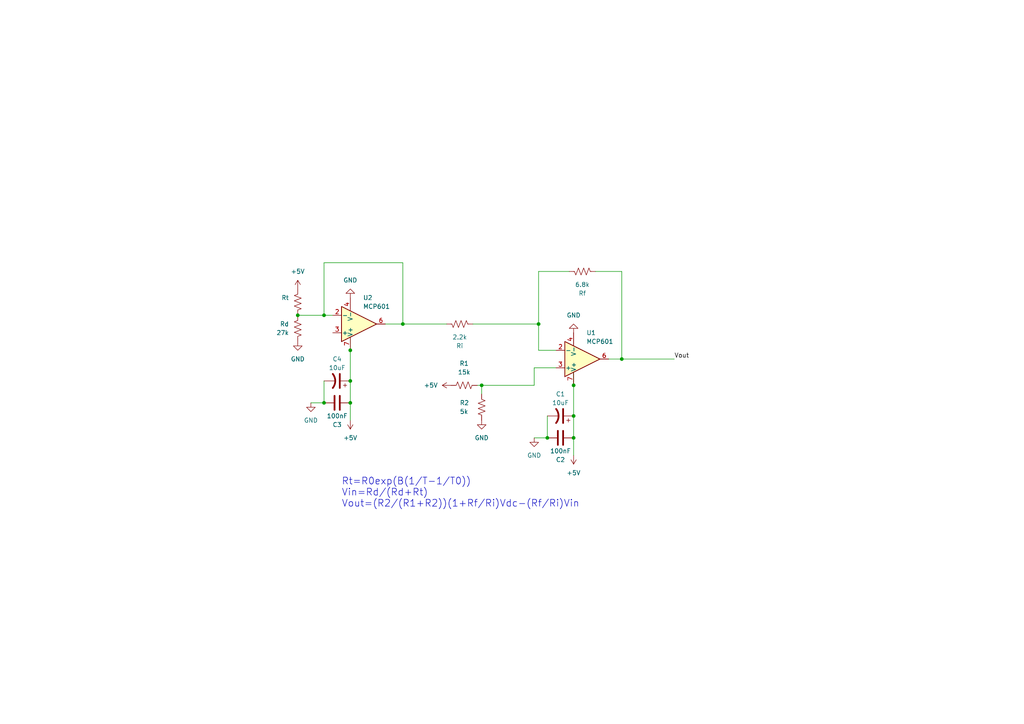
<source format=kicad_sch>
(kicad_sch (version 20230121) (generator eeschema)
  (paper "A4")
  (lib_symbols
    (symbol "Amplifier_Operational:MCP601-xSN" (pin_names (offset 0.127))
      (property "Reference" "U" (at 0 6.35 0))
      (property "Value" "MCP601-xSN" (at 0 3.81 0))
      (symbol "MCP601-xSN_0_1"
        (polyline (pts (xy -5.08 5.08) (xy 5.08 0) (xy -5.08 -5.08) (xy -5.08 5.08)) (stroke (width 0.254)) (fill (type background)))
      )
      (symbol "MCP601-xSN_1_1"
        (pin no_connect line (at -2.54 2.54 270) (length 2.54) hide (name "NC") (number "1"))
        (pin input line (at -7.62 -2.54 0) (length 2.54) (name "-") (number "2"))
        (pin input line (at -7.62 2.54 0) (length 2.54) (name "+") (number "3"))
        (pin power_in line (at -2.54 -7.62 90) (length 3.81) (name "V-") (number "4"))
        (pin no_connect line (at 0 2.54 270) (length 2.54) hide (name "NC") (number "5"))
        (pin output line (at 7.62 0 180) (length 2.54) (name "~") (number "6"))
        (pin power_in line (at -2.54 7.62 270) (length 3.81) (name "V+") (number "7"))
        (pin no_connect line (at 0 -2.54 90) (length 2.54) hide (name "NC") (number "8"))
      )
    )
    (symbol "Device:C" (pin_numbers hide) (pin_names (offset 0.254))
      (property "Reference" "C" (at 0.635 2.54 0))
      (property "Value" "C" (at 0.635 -2.54 0))
      (symbol "C_0_1"
        (polyline (pts (xy -2.032 -0.762) (xy 2.032 -0.762)) (stroke (width 0.508)))
        (polyline (pts (xy -2.032 0.762) (xy 2.032 0.762)) (stroke (width 0.508)))
      )
      (symbol "C_1_1"
        (pin passive line (at 0 3.81 270) (length 2.794) (name "~") (number "1"))
        (pin passive line (at 0 -3.81 90) (length 2.794) (name "~") (number "2"))
      )
    )
    (symbol "Device:C_Polarized_US" (pin_numbers hide) (pin_names (offset 0.254) hide)
      (property "Reference" "C" (at 0.635 2.54 0))
      (property "Value" "C_Polarized_US" (at 0.635 -2.54 0))
      (symbol "C_Polarized_US_0_1"
        (polyline (pts (xy -2.032 0.762) (xy 2.032 0.762)) (stroke (width 0.508)))
        (polyline (pts (xy -1.778 2.286) (xy -0.762 2.286)))
        (polyline (pts (xy -1.27 1.778) (xy -1.27 2.794)))
        (arc (start 2.032 -1.27) (mid 0 -0.5572) (end -2.032 -1.27) (stroke (width 0.508)))
      )
      (symbol "C_Polarized_US_1_1"
        (pin passive line (at 0 3.81 270) (length 2.794) (name "~") (number "1"))
        (pin passive line (at 0 -3.81 90) (length 3.302) (name "~") (number "2"))
      )
    )
    (symbol "Device:R_US" (pin_numbers hide) (pin_names (offset 0))
      (property "Reference" "R" (at 2.54 0 90))
      (property "Value" "R_US" (at -2.54 0 90))
      (symbol "R_US_0_1"
        (polyline (pts (xy 0 -2.286) (xy 0 -2.54)))
        (polyline (pts (xy 0 2.286) (xy 0 2.54)))
        (polyline (pts (xy 0 -0.762) (xy 1.016 -1.143) (xy 0 -1.524) (xy -1.016 -1.905) (xy 0 -2.286)))
        (polyline (pts (xy 0 0.762) (xy 1.016 0.381) (xy 0 0) (xy -1.016 -0.381) (xy 0 -0.762)))
        (polyline (pts (xy 0 2.286) (xy 1.016 1.905) (xy 0 1.524) (xy -1.016 1.143) (xy 0 0.762)))
      )
      (symbol "R_US_1_1"
        (pin passive line (at 0 3.81 270) (length 1.27) (name "~") (number "1"))
        (pin passive line (at 0 -3.81 90) (length 1.27) (name "~") (number "2"))
      )
    )
    (symbol "power:+5V" (power) (pin_names (offset 0))
      (property "Value" "+5V" (at 0 3.556 0))
      (symbol "+5V_0_1"
        (polyline (pts (xy -0.762 1.27) (xy 0 2.54)))
        (polyline (pts (xy 0 0) (xy 0 2.54)))
        (polyline (pts (xy 0 2.54) (xy 0.762 1.27)))
      )
      (symbol "+5V_1_1"
        (pin power_in line (at 0 0 90) (length 0) hide (name "+5V") (number "1"))
      )
    )
    (symbol "power:GND" (power) (pin_names (offset 0))
      (property "Value" "GND" (at 0 -3.81 0))
      (symbol "GND_0_1"
        (polyline (pts (xy 0 0) (xy 0 -1.27) (xy 1.27 -1.27) (xy 0 -2.54) (xy -1.27 -1.27) (xy 0 -1.27)))
      )
      (symbol "GND_1_1"
        (pin power_in line (at 0 0 270) (length 0) hide (name "GND") (number "1"))
      )
    )
  )
  (junction (at 158.75 127))
  (junction (at 166.37 111.76))
  (junction (at 86.36 91.44))
  (junction (at 101.6 116.84))
  (junction (at 101.6 101.6))
  (junction (at 180.34 104.14))
  (junction (at 139.7 111.76))
  (junction (at 93.98 116.84))
  (junction (at 166.37 127))
  (junction (at 116.84 93.98))
  (junction (at 156.21 93.98))
  (junction (at 93.98 91.44))
  (junction (at 101.6 110.49))
  (junction (at 166.37 120.65))
  (wire (pts (xy 156.21 101.6) (xy 161.29 101.6)))
  (wire (pts (xy 166.37 107.95) (xy 166.37 111.76)))
  (wire (pts (xy 116.84 93.98) (xy 129.54 93.98)))
  (wire (pts (xy 138.43 111.76) (xy 139.7 111.76)))
  (wire (pts (xy 93.98 91.44) (xy 96.52 91.44)))
  (wire (pts (xy 166.37 127) (xy 166.37 120.65)))
  (wire (pts (xy 116.84 76.2) (xy 116.84 93.98)))
  (wire (pts (xy 101.6 121.92) (xy 101.6 116.84)))
  (wire (pts (xy 93.98 110.49) (xy 93.98 116.84)))
  (wire (pts (xy 139.7 111.76) (xy 139.7 114.3)))
  (wire (pts (xy 180.34 104.14) (xy 195.58 104.14)))
  (wire (pts (xy 101.6 101.6) (xy 101.6 110.49)))
  (wire (pts (xy 156.21 93.98) (xy 156.21 101.6)))
  (wire (pts (xy 180.34 78.74) (xy 180.34 104.14)))
  (wire (pts (xy 166.37 132.08) (xy 166.37 127)))
  (wire (pts (xy 172.72 78.74) (xy 180.34 78.74)))
  (wire (pts (xy 176.53 104.14) (xy 180.34 104.14)))
  (wire (pts (xy 93.98 76.2) (xy 116.84 76.2)))
  (wire (pts (xy 166.37 111.76) (xy 166.37 120.65)))
  (wire (pts (xy 137.16 93.98) (xy 156.21 93.98)))
  (wire (pts (xy 101.6 97.79) (xy 101.6 101.6)))
  (wire (pts (xy 93.98 76.2) (xy 93.98 91.44)))
  (wire (pts (xy 90.17 116.84) (xy 93.98 116.84)))
  (wire (pts (xy 158.75 120.65) (xy 158.75 127)))
  (wire (pts (xy 154.94 111.76) (xy 139.7 111.76)))
  (wire (pts (xy 86.36 91.44) (xy 93.98 91.44)))
  (wire (pts (xy 154.94 106.68) (xy 154.94 111.76)))
  (wire (pts (xy 111.76 93.98) (xy 116.84 93.98)))
  (wire (pts (xy 156.21 78.74) (xy 165.1 78.74)))
  (wire (pts (xy 156.21 93.98) (xy 156.21 78.74)))
  (wire (pts (xy 154.94 127) (xy 158.75 127)))
  (wire (pts (xy 101.6 116.84) (xy 101.6 110.49)))
  (wire (pts (xy 154.94 106.68) (xy 161.29 106.68)))
  (text "Rt=R0exp(B(1/T-1/T0))\nVin=Rd/(Rd+Rt)\nVout=(R2/(R1+R2))(1+Rf/Ri)Vdc-(Rf/Ri)Vin" (at 99.06 147.32 0) (effects (font (size 2 2)) (justify left bottom)))
  (label "Vout" (at 195.58 104.14 0))
  (symbol (lib_id "Device:C") (at 162.56 127 270) (unit 1)
    (property "Reference" "C2" (at 162.56 133.35 90))
    (property "Value" "100nF" (at 162.56 130.81 90))
  )
  (symbol (lib_id "power:GND") (at 90.17 116.84 0) (unit 1)
    (property "Reference" "#PWR011" (effects hide))
    (property "Value" "GND" (at 90.17 121.92 0))
  )
  (symbol (lib_id "power:GND") (at 101.6 86.36 180) (unit 1)
    (property "Reference" "#PWR09" (effects hide))
    (property "Value" "GND" (at 101.6 81.28 0))
  )
  (symbol (lib_id "power:+5V") (at 166.37 132.08 180) (unit 1)
    (property "Reference" "#PWR03" (effects hide))
    (property "Value" "+5V" (at 166.37 137.16 0))
  )
  (symbol (lib_id "power:GND") (at 139.7 121.92 0) (unit 1)
    (property "Reference" "#PWR04" (effects hide))
    (property "Value" "GND" (at 139.7 127 0))
  )
  (symbol (lib_id "power:+5V") (at 130.81 111.76 90) (unit 1)
    (property "Reference" "#PWR01" (effects hide))
    (property "Value" "+5V" (at 127 111.76 90) (effects (justify left)))
  )
  (symbol (lib_id "Device:R_US") (at 134.62 111.76 90) (unit 1)
    (property "Reference" "R1" (at 134.62 105.41 90))
    (property "Value" "15k" (at 134.62 107.95 90))
  )
  (symbol (lib_id "Device:C_Polarized_US") (at 97.79 110.49 270) (mirror x) (unit 1)
    (property "Reference" "C4" (at 97.79 104.14 90))
    (property "Value" "10uF" (at 97.79 106.68 90))
  )
  (symbol (lib_id "Amplifier_Operational:MCP601-xSN") (at 168.91 104.14 0) (mirror x) (unit 1)
    (property "Reference" "U1" (at 171.45 96.52 0))
    (property "Value" "MCP601" (at 173.99 99.06 0))
    (property "Footprint" "Package_SO:SOIC-8_3.9x4.9mm_P1.27mm" (effects hide))
    (property "Datasheet" "http://ww1.microchip.com/downloads/en/DeviceDoc/21314g.pdf" (effects hide))
  )
  (symbol (lib_id "Device:C") (at 97.79 116.84 270) (unit 1)
    (property "Reference" "C3" (at 97.79 123.19 90))
    (property "Value" "100nF" (at 97.79 120.65 90))
  )
  (symbol (lib_id "power:GND") (at 86.36 99.06 0) (mirror y) (unit 1)
    (property "Reference" "#PWR07" (effects hide))
    (property "Value" "GND" (at 86.36 104.14 0))
  )
  (symbol (lib_id "power:+5V") (at 86.36 83.82 0) (mirror y) (unit 1)
    (property "Reference" "#PWR06" (effects hide))
    (property "Value" "+5V" (at 86.36 78.74 0))
  )
  (symbol (lib_id "Device:R_US") (at 139.7 118.11 0) (unit 1)
    (property "Reference" "R2" (at 133.35 116.84 0) (effects (justify left)))
    (property "Value" "5k" (at 133.35 119.38 0) (effects (justify left)))
  )
  (symbol (lib_id "Device:R_US") (at 86.36 87.63 0) (mirror y) (unit 1)
    (property "Reference" "Rt" (at 83.82 86.36 0) (effects (justify left)))
    (property "Value" "R_US" (effects hide))
  )
  (symbol (lib_id "Device:R_US") (at 86.36 95.25 0) (mirror y) (unit 1)
    (property "Reference" "Rd" (at 83.82 93.98 0) (effects (justify left)))
    (property "Value" "27k" (at 83.82 96.52 0) (effects (justify left)))
  )
  (symbol (lib_id "Amplifier_Operational:MCP601-xSN") (at 104.14 93.98 0) (mirror x) (unit 1)
    (property "Reference" "U2" (at 106.68 86.36 0))
    (property "Value" "MCP601" (at 109.22 88.9 0))
    (property "Footprint" "Package_SO:SOIC-8_3.9x4.9mm_P1.27mm" (effects hide))
    (property "Datasheet" "http://ww1.microchip.com/downloads/en/DeviceDoc/21314g.pdf" (effects hide))
  )
  (symbol (lib_id "Device:C_Polarized_US") (at 162.56 120.65 270) (mirror x) (unit 1)
    (property "Reference" "C1" (at 162.56 114.3 90))
    (property "Value" "10uF" (at 162.56 116.84 90))
  )
  (symbol (lib_id "power:GND") (at 166.37 96.52 180) (unit 1)
    (property "Reference" "#PWR02" (effects hide))
    (property "Value" "GND" (at 166.37 91.44 0))
  )
  (symbol (lib_id "Device:R_US") (at 168.91 78.74 90) (mirror x) (unit 1)
    (property "Reference" "Rf" (at 168.91 85.09 90))
    (property "Value" "6.8k" (at 168.91 82.55 90))
  )
  (symbol (lib_id "power:GND") (at 154.94 127 0) (unit 1)
    (property "Reference" "#PWR010" (effects hide))
    (property "Value" "GND" (at 154.94 132.08 0))
  )
  (symbol (lib_id "power:+5V") (at 101.6 121.92 180) (unit 1)
    (property "Reference" "#PWR08" (effects hide))
    (property "Value" "+5V" (at 101.6 127 0))
  )
  (symbol (lib_id "Device:R_US") (at 133.35 93.98 90) (mirror x) (unit 1)
    (property "Reference" "Ri" (at 133.35 100.33 90))
    (property "Value" "2.2k" (at 133.35 97.79 90))
  )
)
</source>
